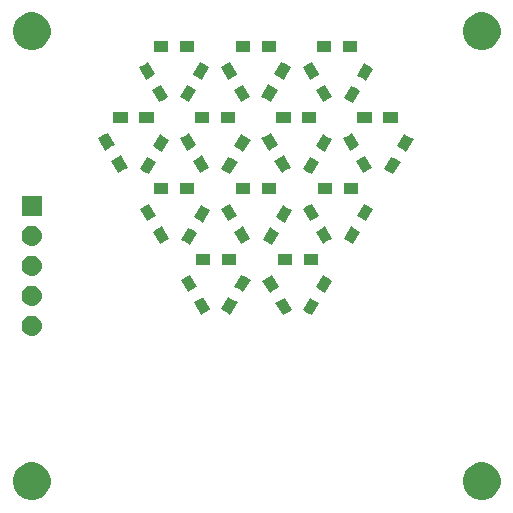
<source format=gbr>
G04 #@! TF.GenerationSoftware,KiCad,Pcbnew,(5.0.2)-1*
G04 #@! TF.CreationDate,2019-03-12T22:47:50+00:00*
G04 #@! TF.ProjectId,crazy-proto - SOT23 - Hex,6372617a-792d-4707-926f-746f202d2053,1.0*
G04 #@! TF.SameCoordinates,Original*
G04 #@! TF.FileFunction,Soldermask,Bot*
G04 #@! TF.FilePolarity,Negative*
%FSLAX46Y46*%
G04 Gerber Fmt 4.6, Leading zero omitted, Abs format (unit mm)*
G04 Created by KiCad (PCBNEW (5.0.2)-1) date 12/03/2019 22:47:50*
%MOMM*%
%LPD*%
G01*
G04 APERTURE LIST*
%ADD10C,0.100000*%
G04 APERTURE END LIST*
D10*
G36*
X157184703Y-115555486D02*
X157475883Y-115676097D01*
X157737944Y-115851201D01*
X157960799Y-116074056D01*
X158135903Y-116336117D01*
X158256514Y-116627297D01*
X158318000Y-116936412D01*
X158318000Y-117251588D01*
X158256514Y-117560703D01*
X158135903Y-117851883D01*
X157960799Y-118113944D01*
X157737944Y-118336799D01*
X157475883Y-118511903D01*
X157184703Y-118632514D01*
X156875588Y-118694000D01*
X156560412Y-118694000D01*
X156251297Y-118632514D01*
X155960117Y-118511903D01*
X155698056Y-118336799D01*
X155475201Y-118113944D01*
X155300097Y-117851883D01*
X155179486Y-117560703D01*
X155118000Y-117251588D01*
X155118000Y-116936412D01*
X155179486Y-116627297D01*
X155300097Y-116336117D01*
X155475201Y-116074056D01*
X155698056Y-115851201D01*
X155960117Y-115676097D01*
X156251297Y-115555486D01*
X156560412Y-115494000D01*
X156875588Y-115494000D01*
X157184703Y-115555486D01*
X157184703Y-115555486D01*
G37*
G36*
X119084703Y-115555486D02*
X119375883Y-115676097D01*
X119637944Y-115851201D01*
X119860799Y-116074056D01*
X120035903Y-116336117D01*
X120156514Y-116627297D01*
X120218000Y-116936412D01*
X120218000Y-117251588D01*
X120156514Y-117560703D01*
X120035903Y-117851883D01*
X119860799Y-118113944D01*
X119637944Y-118336799D01*
X119375883Y-118511903D01*
X119084703Y-118632514D01*
X118775588Y-118694000D01*
X118460412Y-118694000D01*
X118151297Y-118632514D01*
X117860117Y-118511903D01*
X117598056Y-118336799D01*
X117375201Y-118113944D01*
X117200097Y-117851883D01*
X117079486Y-117560703D01*
X117018000Y-117251588D01*
X117018000Y-116936412D01*
X117079486Y-116627297D01*
X117200097Y-116336117D01*
X117375201Y-116074056D01*
X117598056Y-115851201D01*
X117860117Y-115676097D01*
X118151297Y-115555486D01*
X118460412Y-115494000D01*
X118775588Y-115494000D01*
X119084703Y-115555486D01*
X119084703Y-115555486D01*
G37*
G36*
X118784630Y-103084699D02*
X118944855Y-103133303D01*
X119092520Y-103212231D01*
X119221949Y-103318451D01*
X119328169Y-103447880D01*
X119407097Y-103595545D01*
X119455701Y-103755770D01*
X119472112Y-103922400D01*
X119455701Y-104089030D01*
X119407097Y-104249255D01*
X119328169Y-104396920D01*
X119221949Y-104526349D01*
X119092520Y-104632569D01*
X118944855Y-104711497D01*
X118784630Y-104760101D01*
X118659752Y-104772400D01*
X118576248Y-104772400D01*
X118451370Y-104760101D01*
X118291145Y-104711497D01*
X118143480Y-104632569D01*
X118014051Y-104526349D01*
X117907831Y-104396920D01*
X117828903Y-104249255D01*
X117780299Y-104089030D01*
X117763888Y-103922400D01*
X117780299Y-103755770D01*
X117828903Y-103595545D01*
X117907831Y-103447880D01*
X118014051Y-103318451D01*
X118143480Y-103212231D01*
X118291145Y-103133303D01*
X118451370Y-103084699D01*
X118576248Y-103072400D01*
X118659752Y-103072400D01*
X118784630Y-103084699D01*
X118784630Y-103084699D01*
G37*
G36*
X142446326Y-101709255D02*
X142950662Y-102000433D01*
X142350662Y-103039663D01*
X142350661Y-103039663D01*
X141960950Y-102814663D01*
X141571238Y-102589663D01*
X142171238Y-101550433D01*
X142171239Y-101550433D01*
X142446326Y-101709255D01*
X142446326Y-101709255D01*
G37*
G36*
X140635662Y-102589663D02*
X140245950Y-102814663D01*
X139856239Y-103039663D01*
X139856238Y-103039663D01*
X139256238Y-102000433D01*
X139760574Y-101709255D01*
X140035661Y-101550433D01*
X140035662Y-101550433D01*
X140635662Y-102589663D01*
X140635662Y-102589663D01*
G37*
G36*
X133745662Y-102539663D02*
X133659059Y-102589663D01*
X132966239Y-102989663D01*
X132966238Y-102989663D01*
X132366238Y-101950433D01*
X133061489Y-101549030D01*
X133145661Y-101500433D01*
X133145662Y-101500433D01*
X133745662Y-102539663D01*
X133745662Y-102539663D01*
G37*
G36*
X135632929Y-101709255D02*
X136043162Y-101946103D01*
X135443162Y-102985333D01*
X135443161Y-102985333D01*
X135053450Y-102760333D01*
X134663738Y-102535333D01*
X135263738Y-101496103D01*
X135263739Y-101496103D01*
X135632929Y-101709255D01*
X135632929Y-101709255D01*
G37*
G36*
X118784630Y-100544699D02*
X118944855Y-100593303D01*
X119092520Y-100672231D01*
X119221949Y-100778451D01*
X119328169Y-100907880D01*
X119407097Y-101055545D01*
X119455701Y-101215770D01*
X119472112Y-101382400D01*
X119455701Y-101549030D01*
X119407097Y-101709255D01*
X119328169Y-101856920D01*
X119221949Y-101986349D01*
X119092520Y-102092569D01*
X118944855Y-102171497D01*
X118784630Y-102220101D01*
X118659752Y-102232400D01*
X118576248Y-102232400D01*
X118451370Y-102220101D01*
X118291145Y-102171497D01*
X118143480Y-102092569D01*
X118014051Y-101986349D01*
X117907831Y-101856920D01*
X117828903Y-101709255D01*
X117780299Y-101549030D01*
X117763888Y-101382400D01*
X117780299Y-101215770D01*
X117828903Y-101055545D01*
X117907831Y-100907880D01*
X118014051Y-100778451D01*
X118143480Y-100672231D01*
X118291145Y-100593303D01*
X118451370Y-100544699D01*
X118576248Y-100532400D01*
X118659752Y-100532400D01*
X118784630Y-100544699D01*
X118784630Y-100544699D01*
G37*
G36*
X143660950Y-99870177D02*
X144050662Y-100095177D01*
X143450662Y-101134407D01*
X143450661Y-101134407D01*
X143058305Y-100907880D01*
X142671238Y-100684407D01*
X143271238Y-99645177D01*
X143271239Y-99645177D01*
X143660950Y-99870177D01*
X143660950Y-99870177D01*
G37*
G36*
X139535662Y-100684407D02*
X139148595Y-100907880D01*
X138756239Y-101134407D01*
X138756238Y-101134407D01*
X138156238Y-100095177D01*
X138545950Y-99870177D01*
X138935661Y-99645177D01*
X138935662Y-99645177D01*
X139535662Y-100684407D01*
X139535662Y-100684407D01*
G37*
G36*
X132645662Y-100634407D02*
X132559059Y-100684407D01*
X131866239Y-101084407D01*
X131866238Y-101084407D01*
X131266238Y-100045177D01*
X131655950Y-99820177D01*
X132045661Y-99595177D01*
X132045662Y-99595177D01*
X132645662Y-100634407D01*
X132645662Y-100634407D01*
G37*
G36*
X136753450Y-99815847D02*
X137143162Y-100040847D01*
X136543162Y-101080077D01*
X136543161Y-101080077D01*
X136153450Y-100855077D01*
X135763738Y-100630077D01*
X136363738Y-99590847D01*
X136363739Y-99590847D01*
X136753450Y-99815847D01*
X136753450Y-99815847D01*
G37*
G36*
X118784630Y-98004699D02*
X118944855Y-98053303D01*
X119092520Y-98132231D01*
X119221949Y-98238451D01*
X119328169Y-98367880D01*
X119407097Y-98515545D01*
X119455701Y-98675770D01*
X119472112Y-98842400D01*
X119455701Y-99009030D01*
X119407097Y-99169255D01*
X119328169Y-99316920D01*
X119221949Y-99446349D01*
X119092520Y-99552569D01*
X118944855Y-99631497D01*
X118784630Y-99680101D01*
X118659752Y-99692400D01*
X118576248Y-99692400D01*
X118451370Y-99680101D01*
X118291145Y-99631497D01*
X118143480Y-99552569D01*
X118014051Y-99446349D01*
X117907831Y-99316920D01*
X117828903Y-99169255D01*
X117780299Y-99009030D01*
X117763888Y-98842400D01*
X117780299Y-98675770D01*
X117828903Y-98515545D01*
X117907831Y-98367880D01*
X118014051Y-98238451D01*
X118143480Y-98132231D01*
X118291145Y-98053303D01*
X118451370Y-98004699D01*
X118576248Y-97992400D01*
X118659752Y-97992400D01*
X118784630Y-98004699D01*
X118784630Y-98004699D01*
G37*
G36*
X135928450Y-98746750D02*
X134728450Y-98746750D01*
X134728450Y-97846750D01*
X135928450Y-97846750D01*
X135928450Y-98746750D01*
X135928450Y-98746750D01*
G37*
G36*
X133728450Y-98746750D02*
X132528450Y-98746750D01*
X132528450Y-97846750D01*
X133728450Y-97846750D01*
X133728450Y-98746750D01*
X133728450Y-98746750D01*
G37*
G36*
X142843450Y-98746750D02*
X141643450Y-98746750D01*
X141643450Y-97846750D01*
X142843450Y-97846750D01*
X142843450Y-98746750D01*
X142843450Y-98746750D01*
G37*
G36*
X140643450Y-98746750D02*
X139443450Y-98746750D01*
X139443450Y-97846750D01*
X140643450Y-97846750D01*
X140643450Y-98746750D01*
X140643450Y-98746750D01*
G37*
G36*
X118784630Y-95464699D02*
X118944855Y-95513303D01*
X119092520Y-95592231D01*
X119221949Y-95698451D01*
X119328169Y-95827880D01*
X119407097Y-95975545D01*
X119455701Y-96135770D01*
X119472112Y-96302400D01*
X119455701Y-96469030D01*
X119407097Y-96629255D01*
X119328169Y-96776920D01*
X119221949Y-96906349D01*
X119092520Y-97012569D01*
X118944855Y-97091497D01*
X118784630Y-97140101D01*
X118659752Y-97152400D01*
X118576248Y-97152400D01*
X118451370Y-97140101D01*
X118291145Y-97091497D01*
X118143480Y-97012569D01*
X118014051Y-96906349D01*
X117907831Y-96776920D01*
X117828903Y-96629255D01*
X117780299Y-96469030D01*
X117763888Y-96302400D01*
X117780299Y-96135770D01*
X117828903Y-95975545D01*
X117907831Y-95827880D01*
X118014051Y-95698451D01*
X118143480Y-95592231D01*
X118291145Y-95513303D01*
X118451370Y-95464699D01*
X118576248Y-95452400D01*
X118659752Y-95452400D01*
X118784630Y-95464699D01*
X118784630Y-95464699D01*
G37*
G36*
X132250950Y-95834093D02*
X132640662Y-96059093D01*
X132040662Y-97098323D01*
X132040661Y-97098323D01*
X131483975Y-96776920D01*
X131261238Y-96648323D01*
X131861238Y-95609093D01*
X131861239Y-95609093D01*
X132250950Y-95834093D01*
X132250950Y-95834093D01*
G37*
G36*
X139155950Y-95825433D02*
X139545662Y-96050433D01*
X138945662Y-97089663D01*
X138945661Y-97089663D01*
X138555950Y-96864663D01*
X138166238Y-96639663D01*
X138766238Y-95600433D01*
X138766239Y-95600433D01*
X139155950Y-95825433D01*
X139155950Y-95825433D01*
G37*
G36*
X145979218Y-95698452D02*
X146438162Y-95963423D01*
X145838162Y-97002653D01*
X145838161Y-97002653D01*
X145224444Y-96648323D01*
X145058738Y-96552653D01*
X145658738Y-95513423D01*
X145658739Y-95513423D01*
X145979218Y-95698452D01*
X145979218Y-95698452D01*
G37*
G36*
X144045662Y-96548323D02*
X143655950Y-96773323D01*
X143266239Y-96998323D01*
X143266238Y-96998323D01*
X142666238Y-95959093D01*
X143117684Y-95698451D01*
X143445661Y-95509093D01*
X143445662Y-95509093D01*
X144045662Y-96548323D01*
X144045662Y-96548323D01*
G37*
G36*
X130245662Y-96539663D02*
X130057457Y-96648323D01*
X129466239Y-96989663D01*
X129466238Y-96989663D01*
X128866238Y-95950433D01*
X129255950Y-95725433D01*
X129645661Y-95500433D01*
X129645662Y-95500433D01*
X130245662Y-96539663D01*
X130245662Y-96539663D01*
G37*
G36*
X137140662Y-96539663D02*
X136952457Y-96648323D01*
X136361239Y-96989663D01*
X136361238Y-96989663D01*
X135761238Y-95950433D01*
X136150950Y-95725433D01*
X136540661Y-95500433D01*
X136540662Y-95500433D01*
X137140662Y-96539663D01*
X137140662Y-96539663D01*
G37*
G36*
X133350950Y-93928837D02*
X133740662Y-94153837D01*
X133140662Y-95193067D01*
X133140661Y-95193067D01*
X132750950Y-94968067D01*
X132361238Y-94743067D01*
X132961238Y-93703837D01*
X132961239Y-93703837D01*
X133350950Y-93928837D01*
X133350950Y-93928837D01*
G37*
G36*
X140255950Y-93920177D02*
X140645662Y-94145177D01*
X140045662Y-95184407D01*
X140045661Y-95184407D01*
X139655950Y-94959407D01*
X139266238Y-94734407D01*
X139866238Y-93695177D01*
X139866239Y-93695177D01*
X140255950Y-93920177D01*
X140255950Y-93920177D01*
G37*
G36*
X146924444Y-93703837D02*
X147538162Y-94058167D01*
X146938162Y-95097397D01*
X146938161Y-95097397D01*
X146324444Y-94743067D01*
X146158738Y-94647397D01*
X146758738Y-93608167D01*
X146758739Y-93608167D01*
X146924444Y-93703837D01*
X146924444Y-93703837D01*
G37*
G36*
X142945662Y-94643067D02*
X142555950Y-94868067D01*
X142166239Y-95093067D01*
X142166238Y-95093067D01*
X141566238Y-94053837D01*
X141955950Y-93828837D01*
X142345661Y-93603837D01*
X142345662Y-93603837D01*
X142945662Y-94643067D01*
X142945662Y-94643067D01*
G37*
G36*
X136040662Y-94634407D02*
X135852457Y-94743067D01*
X135261239Y-95084407D01*
X135261238Y-95084407D01*
X134661238Y-94045177D01*
X135252457Y-93703837D01*
X135440661Y-93595177D01*
X135440662Y-93595177D01*
X136040662Y-94634407D01*
X136040662Y-94634407D01*
G37*
G36*
X129145662Y-94634407D02*
X128957457Y-94743067D01*
X128366239Y-95084407D01*
X128366238Y-95084407D01*
X127766238Y-94045177D01*
X128357457Y-93703837D01*
X128545661Y-93595177D01*
X128545662Y-93595177D01*
X129145662Y-94634407D01*
X129145662Y-94634407D01*
G37*
G36*
X119468000Y-94612400D02*
X117768000Y-94612400D01*
X117768000Y-92912400D01*
X119468000Y-92912400D01*
X119468000Y-94612400D01*
X119468000Y-94612400D01*
G37*
G36*
X137093450Y-92746750D02*
X135893450Y-92746750D01*
X135893450Y-91846750D01*
X137093450Y-91846750D01*
X137093450Y-92746750D01*
X137093450Y-92746750D01*
G37*
G36*
X144038450Y-92746750D02*
X142838450Y-92746750D01*
X142838450Y-91846750D01*
X144038450Y-91846750D01*
X144038450Y-92746750D01*
X144038450Y-92746750D01*
G37*
G36*
X146238450Y-92746750D02*
X145038450Y-92746750D01*
X145038450Y-91846750D01*
X146238450Y-91846750D01*
X146238450Y-92746750D01*
X146238450Y-92746750D01*
G37*
G36*
X139293450Y-92746750D02*
X138093450Y-92746750D01*
X138093450Y-91846750D01*
X139293450Y-91846750D01*
X139293450Y-92746750D01*
X139293450Y-92746750D01*
G37*
G36*
X130193450Y-92746750D02*
X128993450Y-92746750D01*
X128993450Y-91846750D01*
X130193450Y-91846750D01*
X130193450Y-92746750D01*
X130193450Y-92746750D01*
G37*
G36*
X132393450Y-92746750D02*
X131193450Y-92746750D01*
X131193450Y-91846750D01*
X132393450Y-91846750D01*
X132393450Y-92746750D01*
X132393450Y-92746750D01*
G37*
G36*
X128748450Y-89838423D02*
X129138162Y-90063423D01*
X128538162Y-91102653D01*
X128538161Y-91102653D01*
X128148450Y-90877653D01*
X127758738Y-90652653D01*
X128358738Y-89613423D01*
X128358739Y-89613423D01*
X128748450Y-89838423D01*
X128748450Y-89838423D01*
G37*
G36*
X135653450Y-89838423D02*
X136043162Y-90063423D01*
X135443162Y-91102653D01*
X135443161Y-91102653D01*
X135053450Y-90877653D01*
X134663738Y-90652653D01*
X135263738Y-89613423D01*
X135263739Y-89613423D01*
X135653450Y-89838423D01*
X135653450Y-89838423D01*
G37*
G36*
X149455950Y-89834093D02*
X149845662Y-90059093D01*
X149245662Y-91098323D01*
X149245661Y-91098323D01*
X148855950Y-90873323D01*
X148466238Y-90648323D01*
X149066238Y-89609093D01*
X149066239Y-89609093D01*
X149455950Y-89834093D01*
X149455950Y-89834093D01*
G37*
G36*
X142553450Y-89829763D02*
X142943162Y-90054763D01*
X142343162Y-91093993D01*
X142343161Y-91093993D01*
X141953450Y-90868993D01*
X141563738Y-90643993D01*
X142163738Y-89604763D01*
X142163739Y-89604763D01*
X142553450Y-89829763D01*
X142553450Y-89829763D01*
G37*
G36*
X147449992Y-90550823D02*
X147060280Y-90775823D01*
X146670569Y-91000823D01*
X146670568Y-91000823D01*
X146070568Y-89961593D01*
X146460280Y-89736593D01*
X146849991Y-89511593D01*
X146849992Y-89511593D01*
X147449992Y-90550823D01*
X147449992Y-90550823D01*
G37*
G36*
X133645662Y-90548323D02*
X133255950Y-90773323D01*
X132866239Y-90998323D01*
X132866238Y-90998323D01*
X132266238Y-89959093D01*
X132655950Y-89734093D01*
X133045661Y-89509093D01*
X133045662Y-89509093D01*
X133645662Y-90548323D01*
X133645662Y-90548323D01*
G37*
G36*
X140550662Y-90548323D02*
X140160950Y-90773323D01*
X139771239Y-90998323D01*
X139771238Y-90998323D01*
X139171238Y-89959093D01*
X139560950Y-89734093D01*
X139950661Y-89509093D01*
X139950662Y-89509093D01*
X140550662Y-90548323D01*
X140550662Y-90548323D01*
G37*
G36*
X126743162Y-90543993D02*
X126554957Y-90652653D01*
X125963739Y-90993993D01*
X125963738Y-90993993D01*
X125363738Y-89954763D01*
X125954957Y-89613423D01*
X126143161Y-89504763D01*
X126143162Y-89504763D01*
X126743162Y-90543993D01*
X126743162Y-90543993D01*
G37*
G36*
X129848450Y-87933167D02*
X130238162Y-88158167D01*
X129638162Y-89197397D01*
X129638161Y-89197397D01*
X129248450Y-88972397D01*
X128858738Y-88747397D01*
X129458738Y-87708167D01*
X129458739Y-87708167D01*
X129848450Y-87933167D01*
X129848450Y-87933167D01*
G37*
G36*
X136753450Y-87933167D02*
X137143162Y-88158167D01*
X136543162Y-89197397D01*
X136543161Y-89197397D01*
X136153450Y-88972397D01*
X135763738Y-88747397D01*
X136363738Y-87708167D01*
X136363739Y-87708167D01*
X136753450Y-87933167D01*
X136753450Y-87933167D01*
G37*
G36*
X150555950Y-87928837D02*
X150945662Y-88153837D01*
X150345662Y-89193067D01*
X150345661Y-89193067D01*
X149955950Y-88968067D01*
X149566238Y-88743067D01*
X150166238Y-87703837D01*
X150166239Y-87703837D01*
X150555950Y-87928837D01*
X150555950Y-87928837D01*
G37*
G36*
X143653450Y-87924507D02*
X144043162Y-88149507D01*
X143443162Y-89188737D01*
X143443161Y-89188737D01*
X143053450Y-88963737D01*
X142663738Y-88738737D01*
X143263738Y-87699507D01*
X143263739Y-87699507D01*
X143653450Y-87924507D01*
X143653450Y-87924507D01*
G37*
G36*
X146349992Y-88645567D02*
X145960280Y-88870567D01*
X145570569Y-89095567D01*
X145570568Y-89095567D01*
X144970568Y-88056337D01*
X145360280Y-87831337D01*
X145749991Y-87606337D01*
X145749992Y-87606337D01*
X146349992Y-88645567D01*
X146349992Y-88645567D01*
G37*
G36*
X132545662Y-88643067D02*
X132155950Y-88868067D01*
X131766239Y-89093067D01*
X131766238Y-89093067D01*
X131166238Y-88053837D01*
X131555950Y-87828837D01*
X131945661Y-87603837D01*
X131945662Y-87603837D01*
X132545662Y-88643067D01*
X132545662Y-88643067D01*
G37*
G36*
X139450662Y-88643067D02*
X139060950Y-88868067D01*
X138671239Y-89093067D01*
X138671238Y-89093067D01*
X138071238Y-88053837D01*
X138460950Y-87828837D01*
X138850661Y-87603837D01*
X138850662Y-87603837D01*
X139450662Y-88643067D01*
X139450662Y-88643067D01*
G37*
G36*
X125643162Y-88638737D02*
X125454957Y-88747397D01*
X124863739Y-89088737D01*
X124863738Y-89088737D01*
X124263738Y-88049507D01*
X124854957Y-87708167D01*
X125043161Y-87599507D01*
X125043162Y-87599507D01*
X125643162Y-88638737D01*
X125643162Y-88638737D01*
G37*
G36*
X128938450Y-86746750D02*
X127738450Y-86746750D01*
X127738450Y-85846750D01*
X128938450Y-85846750D01*
X128938450Y-86746750D01*
X128938450Y-86746750D01*
G37*
G36*
X133608450Y-86746750D02*
X132408450Y-86746750D01*
X132408450Y-85846750D01*
X133608450Y-85846750D01*
X133608450Y-86746750D01*
X133608450Y-86746750D01*
G37*
G36*
X135808450Y-86746750D02*
X134608450Y-86746750D01*
X134608450Y-85846750D01*
X135808450Y-85846750D01*
X135808450Y-86746750D01*
X135808450Y-86746750D01*
G37*
G36*
X140528450Y-86746750D02*
X139328450Y-86746750D01*
X139328450Y-85846750D01*
X140528450Y-85846750D01*
X140528450Y-86746750D01*
X140528450Y-86746750D01*
G37*
G36*
X142728450Y-86746750D02*
X141528450Y-86746750D01*
X141528450Y-85846750D01*
X142728450Y-85846750D01*
X142728450Y-86746750D01*
X142728450Y-86746750D01*
G37*
G36*
X147398450Y-86746750D02*
X146198450Y-86746750D01*
X146198450Y-85846750D01*
X147398450Y-85846750D01*
X147398450Y-86746750D01*
X147398450Y-86746750D01*
G37*
G36*
X149598450Y-86746750D02*
X148398450Y-86746750D01*
X148398450Y-85846750D01*
X149598450Y-85846750D01*
X149598450Y-86746750D01*
X149598450Y-86746750D01*
G37*
G36*
X126738450Y-86746750D02*
X125538450Y-86746750D01*
X125538450Y-85846750D01*
X126738450Y-85846750D01*
X126738450Y-86746750D01*
X126738450Y-86746750D01*
G37*
G36*
X146050950Y-83834093D02*
X146440662Y-84059093D01*
X145840662Y-85098323D01*
X145840661Y-85098323D01*
X145450950Y-84873323D01*
X145061238Y-84648323D01*
X145661238Y-83609093D01*
X145661239Y-83609093D01*
X146050950Y-83834093D01*
X146050950Y-83834093D01*
G37*
G36*
X130195662Y-84548323D02*
X129805950Y-84773323D01*
X129416239Y-84998323D01*
X129416238Y-84998323D01*
X128816238Y-83959093D01*
X129205950Y-83734093D01*
X129595661Y-83509093D01*
X129595662Y-83509093D01*
X130195662Y-84548323D01*
X130195662Y-84548323D01*
G37*
G36*
X131954443Y-83609093D02*
X132545662Y-83950433D01*
X131945662Y-84989663D01*
X131945661Y-84989663D01*
X131354443Y-84648323D01*
X131166238Y-84539663D01*
X131766238Y-83500433D01*
X131766239Y-83500433D01*
X131954443Y-83609093D01*
X131954443Y-83609093D01*
G37*
G36*
X137140662Y-84539663D02*
X136952457Y-84648323D01*
X136361239Y-84989663D01*
X136361238Y-84989663D01*
X135761238Y-83950433D01*
X136352457Y-83609093D01*
X136540661Y-83500433D01*
X136540662Y-83500433D01*
X137140662Y-84539663D01*
X137140662Y-84539663D01*
G37*
G36*
X144040662Y-84539663D02*
X143852457Y-84648323D01*
X143261239Y-84989663D01*
X143261238Y-84989663D01*
X142661238Y-83950433D01*
X143252457Y-83609093D01*
X143440661Y-83500433D01*
X143440662Y-83500433D01*
X144040662Y-84539663D01*
X144040662Y-84539663D01*
G37*
G36*
X138859443Y-83609093D02*
X139443162Y-83946103D01*
X138843162Y-84985333D01*
X138843161Y-84985333D01*
X138259443Y-84648323D01*
X138063738Y-84535333D01*
X138663738Y-83496103D01*
X138663739Y-83496103D01*
X138859443Y-83609093D01*
X138859443Y-83609093D01*
G37*
G36*
X147150950Y-81928837D02*
X147540662Y-82153837D01*
X146940662Y-83193067D01*
X146940661Y-83193067D01*
X146550950Y-82968067D01*
X146161238Y-82743067D01*
X146761238Y-81703837D01*
X146761239Y-81703837D01*
X147150950Y-81928837D01*
X147150950Y-81928837D01*
G37*
G36*
X129095662Y-82643067D02*
X128705950Y-82868067D01*
X128316239Y-83093067D01*
X128316238Y-83093067D01*
X127716238Y-82053837D01*
X128105950Y-81828837D01*
X128495661Y-81603837D01*
X128495662Y-81603837D01*
X129095662Y-82643067D01*
X129095662Y-82643067D01*
G37*
G36*
X136040662Y-82634407D02*
X135852457Y-82743067D01*
X135261239Y-83084407D01*
X135261238Y-83084407D01*
X134661238Y-82045177D01*
X135252457Y-81703837D01*
X135440661Y-81595177D01*
X135440662Y-81595177D01*
X136040662Y-82634407D01*
X136040662Y-82634407D01*
G37*
G36*
X142940662Y-82634407D02*
X142752457Y-82743067D01*
X142161239Y-83084407D01*
X142161238Y-83084407D01*
X141561238Y-82045177D01*
X142152457Y-81703837D01*
X142340661Y-81595177D01*
X142340662Y-81595177D01*
X142940662Y-82634407D01*
X142940662Y-82634407D01*
G37*
G36*
X133054443Y-81703837D02*
X133645662Y-82045177D01*
X133045662Y-83084407D01*
X133045661Y-83084407D01*
X132454443Y-82743067D01*
X132266238Y-82634407D01*
X132866238Y-81595177D01*
X132866239Y-81595177D01*
X133054443Y-81703837D01*
X133054443Y-81703837D01*
G37*
G36*
X139959443Y-81703837D02*
X140543162Y-82040847D01*
X139943162Y-83080077D01*
X139943161Y-83080077D01*
X139359443Y-82743067D01*
X139163738Y-82630077D01*
X139763738Y-81590847D01*
X139763739Y-81590847D01*
X139959443Y-81703837D01*
X139959443Y-81703837D01*
G37*
G36*
X139338450Y-80746750D02*
X138138450Y-80746750D01*
X138138450Y-79846750D01*
X139338450Y-79846750D01*
X139338450Y-80746750D01*
X139338450Y-80746750D01*
G37*
G36*
X146198450Y-80746750D02*
X144998450Y-80746750D01*
X144998450Y-79846750D01*
X146198450Y-79846750D01*
X146198450Y-80746750D01*
X146198450Y-80746750D01*
G37*
G36*
X143998450Y-80746750D02*
X142798450Y-80746750D01*
X142798450Y-79846750D01*
X143998450Y-79846750D01*
X143998450Y-80746750D01*
X143998450Y-80746750D01*
G37*
G36*
X132388450Y-80746750D02*
X131188450Y-80746750D01*
X131188450Y-79846750D01*
X132388450Y-79846750D01*
X132388450Y-80746750D01*
X132388450Y-80746750D01*
G37*
G36*
X130188450Y-80746750D02*
X128988450Y-80746750D01*
X128988450Y-79846750D01*
X130188450Y-79846750D01*
X130188450Y-80746750D01*
X130188450Y-80746750D01*
G37*
G36*
X137138450Y-80746750D02*
X135938450Y-80746750D01*
X135938450Y-79846750D01*
X137138450Y-79846750D01*
X137138450Y-80746750D01*
X137138450Y-80746750D01*
G37*
G36*
X119084703Y-77455486D02*
X119375883Y-77576097D01*
X119637944Y-77751201D01*
X119860799Y-77974056D01*
X120035903Y-78236117D01*
X120156514Y-78527297D01*
X120218000Y-78836412D01*
X120218000Y-79151588D01*
X120156514Y-79460703D01*
X120035903Y-79751883D01*
X119860799Y-80013944D01*
X119637944Y-80236799D01*
X119375883Y-80411903D01*
X119084703Y-80532514D01*
X118775588Y-80594000D01*
X118460412Y-80594000D01*
X118151297Y-80532514D01*
X117860117Y-80411903D01*
X117598056Y-80236799D01*
X117375201Y-80013944D01*
X117200097Y-79751883D01*
X117079486Y-79460703D01*
X117018000Y-79151588D01*
X117018000Y-78836412D01*
X117079486Y-78527297D01*
X117200097Y-78236117D01*
X117375201Y-77974056D01*
X117598056Y-77751201D01*
X117860117Y-77576097D01*
X118151297Y-77455486D01*
X118460412Y-77394000D01*
X118775588Y-77394000D01*
X119084703Y-77455486D01*
X119084703Y-77455486D01*
G37*
G36*
X157184703Y-77455486D02*
X157475883Y-77576097D01*
X157737944Y-77751201D01*
X157960799Y-77974056D01*
X158135903Y-78236117D01*
X158256514Y-78527297D01*
X158318000Y-78836412D01*
X158318000Y-79151588D01*
X158256514Y-79460703D01*
X158135903Y-79751883D01*
X157960799Y-80013944D01*
X157737944Y-80236799D01*
X157475883Y-80411903D01*
X157184703Y-80532514D01*
X156875588Y-80594000D01*
X156560412Y-80594000D01*
X156251297Y-80532514D01*
X155960117Y-80411903D01*
X155698056Y-80236799D01*
X155475201Y-80013944D01*
X155300097Y-79751883D01*
X155179486Y-79460703D01*
X155118000Y-79151588D01*
X155118000Y-78836412D01*
X155179486Y-78527297D01*
X155300097Y-78236117D01*
X155475201Y-77974056D01*
X155698056Y-77751201D01*
X155960117Y-77576097D01*
X156251297Y-77455486D01*
X156560412Y-77394000D01*
X156875588Y-77394000D01*
X157184703Y-77455486D01*
X157184703Y-77455486D01*
G37*
M02*

</source>
